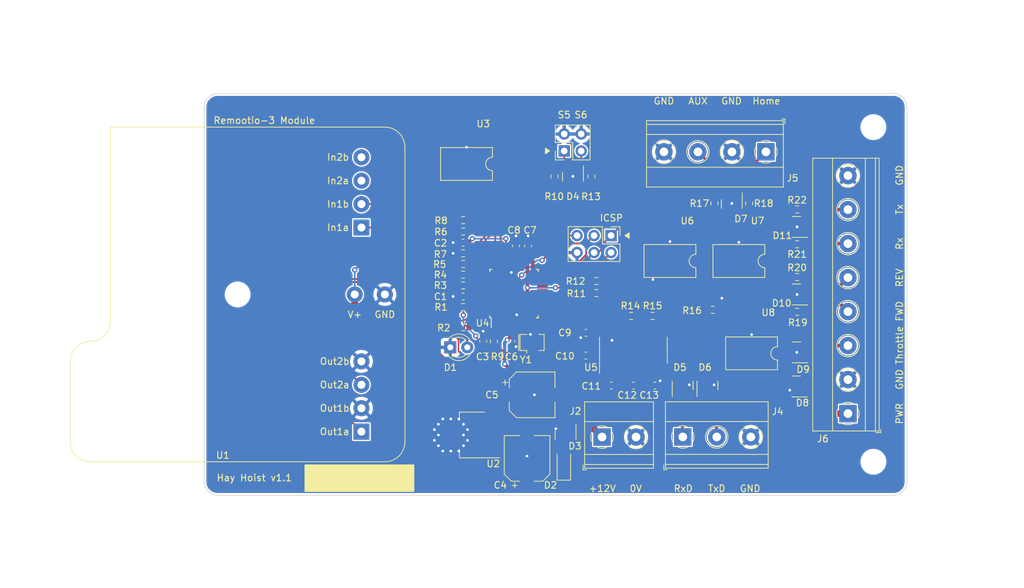
<source format=kicad_pcb>
(kicad_pcb (version 20211014) (generator pcbnew)
  (title_block (title "Hay Hoist") (date "2024-07-31") (rev "1.1") (company "Hyspec/6-v"))
  (layers (0 "F.Cu" signal) (31 "B.Cu" signal) (34 "B.Paste" user) (35 "F.Paste" user) (36 "B.SilkS" user "B.Silkscreen") (37 "F.SilkS" user "F.Silkscreen") (38 "B.Mask" user) (39 "F.Mask" user) (44 "Edge.Cuts" user))
  (net 0 "")
  (net 1 "+12V")
  (net 2 "GND")
  (net 3 "+5V")
  (net 4 "Net-(C8-Pad1)")
  (net 5 "RESET")
  (net 6 "Throttle")
  (net 7 "Net-(C11-Pad1)")
  (net 8 "Net-(C12-Pad1)")
  (net 9 "Net-(C10-Pad2)")
  (net 10 "Net-(C13-Pad2)")
  (net 11 "Net-(C12-Pad2)")
  (net 12 "Net-(C11-Pad2)")
  (net 13 "A1")
  (net 14 "Net-(D1-Pad2)")
  (net 16 "Net-(D4-Pad1)")
  (net 17 "Net-(D4-Pad2)")
  (net 18 "Net-(D2-Pad2)")
  (net 19 "R3A")
  (net 20 "R4A")
  (net 21 "R4B")
  (net 22 "R1A")
  (net 23 "R2A")
  (net 24 "MRX")
  (net 25 "SCK")
  (net 26 "MTX")
  (net 27 "S1")
  (net 28 "S5")
  (net 29 "S2")
  (net 30 "S6")
  (net 31 "S3")
  (net 32 "R1")
  (net 33 "Net-(D5-Pad1)")
  (net 35 "S4")
  (net 36 "LED")
  (net 37 "R2")
  (net 38 "Net-(R8-Pad1)")
  (net 40 "V1")
  (net 41 "R3")
  (net 42 "Net-(D7-Pad1)")
  (net 43 "Net-(D7-Pad2)")
  (net 44 "R4")
  (net 46 "Net-(D6-Pad1)")
  (net 47 "CTX")
  (net 48 "Net-(D11-Pad2)")
  (net 49 "CRX")
  (net 50 "Net-(R3-Pad1)")
  (net 51 "Net-(R4-Pad1)")
  (net 52 "Net-(R6-Pad2)")
  (net 53 "Net-(R11-Pad2)")
  (net 54 "Net-(R12-Pad2)")
  (net 56 "Net-(R14-Pad2)")
  (net 57 "Net-(R15-Pad2)")
  (net 58 "Net-(R16-Pad2)")
  (net 59 "Net-(R19-Pad1)")
  (net 69 "Net-(U4-Pad7)")
  (net 70 "Net-(U4-Pad8)")
  (net 78 "Net-(R20-Pad1)")
  (net 80 "Net-(D11-Pad1)")
  (footprint "remootio-adapter:SMDIP-6_W7.62mm" (layer "F.Cu") (at 158.8 105.8 -90)
    (fp_text reference "U8")
    (fp_text value "AQV252GAX")
  )
  (footprint "Resistor_SMD:R_0603_1608Metric" (layer "F.Cu") (at 144 100.2 180)
    (fp_text reference "R15")
    (fp_text value "100")
  )
  (footprint "Package_SO:SO-16_3.9x9.9mm_P1.27mm" (layer "F.Cu") (at 141.135 105.325 90)
    (fp_text reference "U5")
    (fp_text value "ST232CDR")
  )
  (footprint "Package_TO_SOT_SMD:SOT-23" (layer "F.Cu") (at 132.1 79.4625 -90)
    (fp_text reference "D4")
    (fp_text value "ESDA6V1L")
  )
  (footprint "remootio-adapter:CP_Elec_6.3x7.7_V" (layer "F.Cu") (at 126 112)
    (fp_text reference "C5")
    (fp_text value "22µ/63V")
  )
  (footprint "Resistor_SMD:R_0603_1608Metric" (layer "F.Cu") (at 129.35 79.3625 -90)
    (fp_text reference "R10")
    (fp_text value "100")
  )
  (footprint "Crystal:Resonator_SMD_Murata_CSTxExxV-3Pin_3.0x1.1mm" (layer "F.Cu") (at 126 104.175)
    (fp_text reference "Y1")
    (fp_text value "CSTCE16M0V53-R0")
  )
  (footprint "Connector_PinHeader_2.54mm:PinHeader_2x03_P2.54mm_Vertical" (layer "F.Cu") (at 137.8 88.2 -90)
    (fp_text reference "J3" hide)
    (fp_text value "ICSP")
  )
  (footprint "MountingHole:MountingHole_3.2mm_M3" (layer "F.Cu") (at 177 122)
    (fp_text reference "H1" hide)
    (fp_text value "MountingHole")
  )
  (footprint "Resistor_SMD:R_0603_1608Metric" (layer "F.Cu") (at 115.7 85.9 180)
    (fp_text reference "R8")
    (fp_text value "10")
  )
  (footprint "Resistor_SMD:R_0603_1608Metric" (layer "F.Cu") (at 153 99.3)
    (fp_text reference "R16")
    (fp_text value "680")
  )
  (footprint "Capacitor_SMD:C_0603_1608Metric" (layer "F.Cu") (at 144.36 110.625 180)
    (fp_text reference "C13")
    (fp_text value "1µ")
  )
  (footprint "Resistor_SMD:R_0603_1608Metric" (layer "F.Cu") (at 165.6 94.4)
    (fp_text reference "R20")
    (fp_text value "10")
  )
  (footprint "Resistor_SMD:R_0603_1608Metric" (layer "F.Cu") (at 115.7 94.05)
    (fp_text reference "R4")
    (fp_text value "100")
  )
  (footprint "remootio-adapter:SMDIP-6_W7.62mm" (layer "F.Cu") (at 146.6 92 -90)
    (fp_text reference "U6")
    (fp_text value "AQV252GAX")
  )
  (footprint "Resistor_SMD:R_0603_1608Metric" (layer "F.Cu") (at 115.7 90.85 180)
    (fp_text reference "R7")
    (fp_text value "4.7k")
  )
  (footprint "Diode_SMD:D_SOD-123" (layer "F.Cu") (at 130.75 122.5 90)
    (fp_text reference "D2")
    (fp_text value "B5819W SL")
  )
  (footprint "Resistor_SMD:R_0603_1608Metric" (layer "F.Cu") (at 120.3 104 -90)
    (fp_text reference "R9")
    (fp_text value "680")
  )
  (footprint "Resistor_SMD:R_0603_1608Metric" (layer "F.Cu") (at 115.7 95.65)
    (fp_text reference "R3")
    (fp_text value "100")
  )
  (footprint "LED_THT:LED_D3.0mm_Clear" (layer "F.Cu") (at 113.775 104.9)
    (fp_text reference "D1")
    (fp_text value "VAOL-3GWY4")
  )
  (footprint "Resistor_SMD:R_0603_1608Metric" (layer "F.Cu") (at 165.6 89.5)
    (fp_text reference "R21")
    (fp_text value "4.7k")
  )
  (footprint "remootio-adapter:CP_Elec_6.3x7.7_V" (layer "F.Cu") (at 125.25 121.5 90)
    (fp_text reference "C4")
    (fp_text value "22µ/63V")
  )
  (footprint "Capacitor_SMD:C_0603_1608Metric" (layer "F.Cu") (at 134.035 102.725)
    (fp_text reference "C9")
    (fp_text value "1µ")
  )
  (footprint "MountingHole:MountingHole_3.2mm_M3" (layer "F.Cu") (at 177 72)
    (fp_text reference "H2" hide)
    (fp_text value "MountingHole")
  )
  (footprint "TerminalBlock_Phoenix:TerminalBlock_Phoenix_MKDS-1,5-4-5.08_1x04_P5.08mm_Horizontal" (layer "F.Cu") (at 160.94 75.69 180)
    (fp_text reference "J5")
    (fp_text value "SwitchIn")
  )
  (footprint "Package_QFP:TQFP-32_7x7mm_P0.8mm" (layer "F.Cu") (at 123.3 96.875 90)
    (fp_text reference "U4")
    (fp_text value "ATmega328PB-ANR")
  )
  (footprint "Resistor_SMD:R_0603_1608Metric" (layer "F.Cu") (at 115.7 87.6)
    (fp_text reference "R6")
    (fp_text value "680")
  )
  (footprint "Resistor_SMD:R_0603_1608Metric" (layer "F.Cu") (at 165.6 84.3)
    (fp_text reference "R22")
    (fp_text value "4.7k")
  )
  (footprint "Package_TO_SOT_SMD:SOT-23" (layer "F.Cu") (at 165.5 97 180)
    (fp_text reference "D10")
    (fp_text value "ESDA25L")
  )
  (footprint "Resistor_SMD:R_0603_1608Metric" (layer "F.Cu") (at 158.44 83.39 -90)
    (fp_text reference "R18")
    (fp_text value "100")
  )
  (footprint "Capacitor_SMD:C_0603_1608Metric" (layer "F.Cu") (at 134.035 106.125)
    (fp_text reference "C10")
    (fp_text value "1µ")
  )
  (footprint "remootio-adapter:SMDIP-6_W7.62mm" (layer "F.Cu") (at 156.9 92 -90)
    (fp_text reference "U7")
    (fp_text value "AQV252GAX")
  )
  (footprint "Resistor_SMD:R_0603_1608Metric" (layer "F.Cu") (at 165.6 99.6)
    (fp_text reference "R19")
    (fp_text value "10")
  )
  (footprint "Capacitor_SMD:C_0603_1608Metric" (layer "F.Cu") (at 141.135 110.625 180)
    (fp_text reference "C12")
    (fp_text value "1µ")
  )
  (footprint "Capacitor_SMD:C_0603_1608Metric" (layer "F.Cu") (at 115.7 89.25)
    (fp_text reference "C2")
    (fp_text value "1µ")
  )
  (footprint "Package_TO_SOT_SMD:SOT-223-3_TabPin2" (layer "F.Cu") (at 117.055112 118 180)
    (fp_text reference "U2")
    (fp_text value "LM2940S-5.0")
  )
  (footprint "Resistor_SMD:R_0603_1608Metric" (layer "F.Cu") (at 140.8 100.2)
    (fp_text reference "R14")
    (fp_text value "100")
  )
  (footprint "Resistor_SMD:R_0603_1608Metric" (layer "F.Cu") (at 134.85 79.3625 -90)
    (fp_text reference "R13")
    (fp_text value "100")
  )
  (footprint "Resistor_SMD:R_0603_1608Metric" (layer "F.Cu") (at 115.7 98.9)
    (fp_text reference "R1")
    (fp_text value "4.7k")
  )
  (footprint "Capacitor_SMD:C_0603_1608Metric" (layer "F.Cu") (at 122.9 104 -90)
    (fp_text reference "C6")
    (fp_text value "1µ")
  )
  (footprint "Resistor_SMD:R_0603_1608Metric" (layer "F.Cu") (at 135.6 96.8)
    (fp_text reference "R11")
    (fp_text value "680")
  )
  (footprint "Capacitor_SMD:C_0603_1608Metric" (layer "F.Cu") (at 123.6 89.75 90)
    (fp_text reference "C8")
    (fp_text value "1µ")
  )
  (footprint "Capacitor_SMD:C_0603_1608Metric" (layer "F.Cu") (at 137.835 110.625)
    (fp_text reference "C11")
    (fp_text value "1µ")
  )
  (footprint "TerminalBlock_Phoenix:TerminalBlock_Phoenix_MKDS-1,5-3-5.08_1x03_P5.08mm_Horizontal" (layer "F.Cu") (at 148.52 118.295)
    (fp_text reference "J4")
    (fp_text value "Console")
  )
  (footprint "Package_TO_SOT_SMD:SOT-23" (layer "F.Cu") (at 165.5 105.65 180)
    (fp_text reference "D9")
    (fp_text value "ESDA6V1L")
  )
  (footprint "TerminalBlock_Phoenix:TerminalBlock_Phoenix_MKDS-1,5-8-5.08_1x08_P5.08mm_Horizontal" (layer "F.Cu") (at 173.2 114.8 90)
    (fp_text reference "J6")
    (fp_text value "SPM Connector")
  )
  (footprint "Resistor_SMD:R_0603_1608Metric" (layer "F.Cu") (at 135.6 95)
    (fp_text reference "R12")
    (fp_text value "680")
  )
  (footprint "Capacitor_SMD:C_0603_1608Metric" (layer "F.Cu") (at 118.7 104 -90)
    (fp_text reference "C3")
    (fp_text value "1µ")
  )
  (footprint "Resistor_SMD:R_0603_1608Metric" (layer "F.Cu") (at 115.75 101.9)
    (fp_text reference "R2")
    (fp_text value "4.7k")
  )
  (footprint "remootio-adapter:SMDIP-6_W7.62mm" (layer "F.Cu") (at 116.2 77.5 -90)
    (fp_text reference "U3")
    (fp_text value "AQV252GAX")
  )
  (footprint "Connector_PinHeader_2.54mm:PinHeader_2x02_P2.54mm_Vertical" (layer "F.Cu") (at 130.8 75.5625 90)
    (fp_text reference "J1" hide)
    (fp_text value "AUX")
  )
  (footprint "remootio-adapter:remootio-3" (layer "F.Cu") (at 82 97)
    (fp_text reference "U1")
    (fp_text value "remootio-3")
  )
  (footprint "TerminalBlock_Phoenix:TerminalBlock_Phoenix_MKDS-1,5-2-5.08_1x02_P5.08mm_Horizontal" (layer "F.Cu") (at 136.455 118.305)
    (fp_text reference "J2")
    (fp_text value "BATT")
  )
  (footprint "Capacitor_SMD:C_0603_1608Metric" (layer "F.Cu") (at 125.4 89.75 -90)
    (fp_text reference "C7")
    (fp_text value "1µ")
  )
  (footprint "Package_TO_SOT_SMD:SOT-23" (layer "F.Cu") (at 155.84 83.49 -90)
    (fp_text reference "D7")
    (fp_text value "ESDA6V1L")
  )
  (footprint "Package_TO_SOT_SMD:SOT-23" (layer "F.Cu") (at 131 118 -90)
    (fp_text reference "D3")
    (fp_text value "ESDA25L")
  )
  (footprint "Package_TO_SOT_SMD:SOT-23" (layer "F.Cu") (at 152.2 110.59 90)
    (fp_text reference "D6")
    (fp_text value "ESDA25L")
  )
  (footprint "Package_TO_SOT_SMD:SOT-23" (layer "F.Cu") (at 148.5 110.59 90)
    (fp_text reference "D5")
    (fp_text value "ESDA25L")
  )
  (footprint "Package_TO_SOT_SMD:SOT-23" (layer "F.Cu") (at 165.45 110.75 180)
    (fp_text reference "D8")
    (fp_text value "ESDA25L")
  )
  (footprint "Package_TO_SOT_SMD:SOT-23" (layer "F.Cu") (at 165.5 86.9 180)
    (fp_text reference "D11")
    (fp_text value "ESDA6V1L")
  )
  (footprint "Capacitor_SMD:C_0603_1608Metric" (layer "F.Cu") (at 115.7 97.3)
    (fp_text reference "C1")
    (fp_text value "100nF")
  )
  (footprint "Resistor_SMD:R_0603_1608Metric" (layer "F.Cu") (at 153.24 83.39 -90)
    (fp_text reference "R17")
    (fp_text value "100")
  )
  (footprint "Resistor_SMD:R_0603_1608Metric" (layer "F.Cu") (at 115.7 92.45)
    (fp_text reference "R5")
    (fp_text value "33k")
  )
  (gr_poly (pts (xy 139.9 88.2) (xy 140.5 87.8) (xy 140.5 88.6)) (layer "F.SilkS") (width 0.15) (fill solid))
  (gr_rect (start 92 122.4) (end 108.4 126.5) (layer "F.SilkS") (width 0) (fill solid))
  (gr_poly (pts (xy 128.6 75.5625) (xy 128 75.9625) (xy 128 75.1625)) (layer "F.SilkS") (width 0.15) (fill solid))
  (gr_line (start 182 125) (end 182 69) (layer "Edge.Cuts") (width 0.1))
  (gr_arc (start 180 67) (mid 181.414214 67.585786) (end 182 69) (layer "Edge.Cuts") (width 0.1))
  (gr_arc (start 79 127) (mid 77.585786 126.414214) (end 77 125) (layer "Edge.Cuts") (width 0.1))
  (gr_arc (start 182 125) (mid 181.414214 126.414214) (end 180 127) (layer "Edge.Cuts") (width 0.1))
  (gr_line (start 180 67) (end 79 67) (layer "Edge.Cuts") (width 0.1))
  (gr_arc (start 77 69) (mid 77.585786 67.585786) (end 79 67) (layer "Edge.Cuts") (width 0.1))
  (gr_line (start 79 127) (end 180 127) (layer "Edge.Cuts") (width 0.1))
  (gr_line (start 77 69) (end 77 125) (layer "Edge.Cuts") (width 0.1))
  (gr_text "S5" (at 130.8 70.1625) (layer "F.SilkS") (effects (font (size 1 1))))
  (gr_text "FWD" (at 180.9 99.5 90) (layer "F.SilkS") (effects (font (size 1 1))))
  (gr_text "Rx" (at 180.9 89.4 90) (layer "F.SilkS") (effects (font (size 1 1))))
  (gr_text "GND" (at 158.587444 126) (layer "F.SilkS") (effects (font (size 1 1))))
  (gr_text "0V" (at 141.5 126) (layer "F.SilkS") (effects (font (size 1 1))))
  (gr_text "ICSP" (at 137.85 85.575) (layer "F.SilkS") (effects (font (size 1 1))))
  (gr_text "GND" (at 145.7 68.1) (layer "F.SilkS") (effects (font (size 1 1))))
  (gr_text "Home" (at 161 68.1) (layer "F.SilkS") (effects (font (size 1 1))))
  (gr_text "RxD" (at 148.587444 126) (layer "F.SilkS") (effects (font (size 1 1))))
  (gr_text "Tx" (at 180.9 84.3 90) (layer "F.SilkS") (effects (font (size 1 1))))
  (gr_text "GND" (at 180.9 109.7 90) (layer "F.SilkS") (effects (font (size 1 1))))
  (gr_text "REV" (at 180.9 94.5 90) (layer "F.SilkS") (effects (font (size 1 1))))
  (gr_text "Hay Hoist v1.1" (at 78.8 124.4) (layer "F.SilkS") (effects (font (size 1 1)) (justify left)))
  (gr_text "AUX" (at 150.8 68.1) (layer "F.SilkS") (effects (font (size 1 1))))
  (gr_text "GND" (at 180.9 79.2 90) (layer "F.SilkS") (effects (font (size 1 1))))
  (gr_text "Remootio-3 Module" (at 86 71) (layer "F.SilkS") (effects (font (size 1 1))))
  (gr_text "GND" (at 155.8 68.1) (layer "F.SilkS") (effects (font (size 1 1))))
  (gr_text "TxD" (at 153.587444 126) (layer "F.SilkS") (effects (font (size 1 1))))
  (gr_text "PWR" (at 180.9 114.8 90) (layer "F.SilkS") (effects (font (size 1 1))))
  (gr_text "S6" (at 133.3 70.1625) (layer "F.SilkS") (effects (font (size 1 1))))
  (gr_text "Throttle" (at 180.9 104.6 90) (layer "F.SilkS") (effects (font (size 1 1))))
  (gr_text "+12V" (at 136.5 126) (layer "F.SilkS") (effects (font (size 1 1))))
  (segment (start 120.005112 124) (end 111.1 124) (width 1) (layer "F.Cu") (net 1))
  (segment (start 156.26 119.94) (end 156.26 109.95) (width 1) (layer "F.Cu") (net 1))
  (segment (start 99.5 93.3255) (end 100.3755 92.45) (width 0.25) (layer "F.Cu") (net 1))
  (segment (start 104.8 107.1) (end 99.5 101.8) (width 1) (layer "F.Cu") (net 1))
  (segment (start 104.8 117.7) (end 104.8 107.1) (width 1) (layer "F.Cu") (net 1))
  (segment (start 120.205112 123.8) (end 120.005112 124) (width 1) (layer "F.Cu") (net 1))
  (segment (start 100.3755 92.45) (end 114.875 92.45) (width 0.25) (layer "F.Cu") (net 1))
  (segment (start 99.5 101.8) (end 99.5 97) (width 1) (layer "F.Cu") (net 1))
  (segment (start 111.1 124) (end 104.8 117.7) (width 1) (layer "F.Cu") (net 1))
  (segment (start 120.205112 123.8) (end 120.455112 124.05) (width 1) (layer "F.Cu") (net 1))
  (segment (start 120.205112 123.8) (end 120.205112 120.3) (width 0.5) (layer "F.Cu") (net 1))
  (segment (start 120.455112 124.05) (end 152.15 124.05) (width 1) (layer "F.Cu") (net 1))
  (segment (start 152.15 124.05) (end 156.26 119.94) (width 1) (layer "F.Cu") (net 1))
  (via (at 99.5 93.3255) (size 0.8) (drill 0.4) (layers "F.Cu" "B.Cu") (net 1))
  (segment (start 99.5 93.3255) (end 99.5 97) (width 0.25) (layer "B.Cu") (net 1))
  (segment (start 154.36 97.56) (end 154.36 96.15) (width 0.5) (layer "F.Cu") (net 2))
  (segment (start 137.95 103.85) (end 137.95 102.76) (width 0.5) (layer "F.Cu") (net 2))
  (segment (start 158.8 103) (end 158.8 101.65) (width 0.5) (layer "F.Cu") (net 2))
  (segment (start 118.7 102.5) (end 118.7 103.225) (width 0.5) (layer "F.Cu") (net 2))
  (segment (start 123.6 88.25) (end 123.6 88.975) (width 0.5) (layer "F.Cu") (net 2))
  (segment (start 165.55 105.65) (end 164.5625 105.65) (width 0.5) (layer "F.Cu") (net 2))
  (segment (start 144.06 94.76) (end 144.06 95.81) (width 0.5) (layer "F.Cu") (net 2))
  (segment (start 164.5125 111.2875) (end 164.5125 110.75) (width 0.5) (layer "F.Cu") (net 2))
  (segment (start 145.135 109.9) (end 145.135 110.625) (width 0.5) (layer "F.Cu") (net 2))
  (segment (start 155.85 83.4) (end 155.85 84.4175) (width 0.5) (layer "F.Cu") (net 2))
  (segment (start 114.2 97.3) (end 114.925 97.3) (width 0.5) (layer "F.Cu") (net 2))
  (segment (start 126 103.224598) (end 125.748538 102.973136) (width 0.25) (layer "F.Cu") (net 2))
  (segment (start 125.25 121.15) (end 125.25 118.95) (width 0.5) (layer "F.Cu") (net 2))
  (segment (start 126 104.175) (end 126 103.224598) (width 0.25) (layer "F.Cu") (net 2))
  (segment (start 125.4 88.25) (end 125.4 88.975) (width 0.5) (layer "F.Cu") (net 2))
  (segment (start 114.2 90.85) (end 114.875 90.85) (width 0.5) (layer "F.Cu") (net 2))
  (segment (start 114.555112 118) (end 120.205112 118) (width 0.5) (layer "F.Cu") (net 2))
  (segment (start 149.5 111.4775) (end 149.45 111.5275) (width 0.5) (layer "F.Cu") (net 2))
  (segment (start 164.5 111.3) (end 164.5125 111.2875) (width 0.5) (layer "F.Cu") (net 2))
  (segment (start 123.700001 100.035558) (end 123.7 101.125) (width 0.4) (layer "F.Cu") (net 2))
  (segment (start 165.6 97) (end 164.5625 97) (width 0.5) (layer "F.Cu") (net 2))
  (segment (start 116.2 75) (end 116.2 73.35) (width 0.5) (layer "F.Cu") (net 2))
  (segment (start 114.2 89.25) (end 114.925 89.25) (width 0.5) (layer "F.Cu") (net 2))
  (segment (start 123.6 104.8) (end 122.925 104.8) (width 0.5) (layer "F.Cu") (net 2))
  (segment (start 133.26 103.45) (end 133.26 102.725) (width 0.5) (layer "F.Cu") (net 2))
  (segment (start 156.9 89.2) (end 156.9 88.19) (width 0.5) (layer "F.Cu") (net 2))
  (segment (start 153.2 111.4775) (end 153.15 111.5275) (width 0.5) (layer "F.Cu") (net 2))
  (segment (start 132.1 79.35) (end 132.1 80.4) (width 0.5) (layer "F.Cu") (net 2))
  (segment (start 153.2 110.5) (end 153.2 111.4775) (width 0.5) (layer "F.Cu") (net 2))
  (segment (start 126.35 112) (end 128.55 112) (width 0.5) (layer "F.Cu") (net 2))
  (segment (start 122.9 92.625) (end 122.899999 93.714442) (width 0.4) (layer "F.Cu") (net 2))
  (segment (start 149.5 110.5) (end 149.5 111.4775) (width 0.5) (layer "F.Cu") (net 2))
  (segment (start 146.6 89.1) (end 146.6 87.85) (width 0.5) (layer "F.Cu") (net 2))
  (segment (start 165.6 86.9) (end 164.5625 86.9) (width 0.5) (layer "F.Cu") (net 2))
  (via (at 164.5 111.3) (size 0.8) (drill 0.4) (layers "F.Cu" "B.Cu") (net 2))
  (via (at 111.4 117.2) (size 0.8) (drill 0.4) (layers "F.Cu" "B.Cu") (net 2))
  (via (at 112.655112 115.6) (size 0.8) (drill 0.4) (layers "F.Cu" "B.Cu") (net 2))
  (via (at 123.6 104.8) (size 0.8) (drill 0.4) (layers "F.Cu" "B.Cu") (net 2))
  (via (at 116.35 117.2) (size 0.8) (drill 0.4) (layers "F.Cu" "B.Cu") (net 2))
  (via (at 144.06 94.76) (size 0.8) (drill 0.4) (layers "F.Cu" "B.Cu") (net 2))
  (via (at 114.2 90.85) (size 0.8) (drill 0.4) (layers "F.Cu" "B.Cu") (net 2))
  (via (at 114.2 97.3) (size 0.8) (drill 0.4) (layers "F.Cu" "B.Cu") (net 2))
  (via (at 145.135 109.9) (size 0.8) (drill 0.4) (layers "F.Cu" "B.Cu") (net 2))
  (via (at 132.1 79.35) (size 0.8) (drill 0.4) (layers "F.Cu" "B.Cu") (net 2))
  (via (at 149.5 110.5) (size 0.8) (drill 0.4) (layers "F.Cu" "B.Cu") (net 2))
  (via (at 154.36 97.56) (size 0.8) (drill 0.4) (layers "F.Cu" "B.Cu") (net 2))
  (via (at 156.9 89.2) (size 0.8) (drill 0.4) (layers "F.Cu" "B.Cu") (net 2))
  (via (at 123.700001 100.035558) (size 0.8) (drill 0.4) (layers "F.Cu" "B.Cu") (net 2))
  (via (at 111.4 118.8) (size 0.8) (drill 0.4) (layers "F.Cu" "B.Cu") (net 2))
  (via (at 146.6 89.1) (size 0.8) (drill 0.4) (layers "F.Cu" "B.Cu") (net 2))
  (via (at 115.055112 115.6) (size 0.8) (drill 0.4) (layers "F.Cu" "B.Cu") (net 2))
  (via (at 115.75 118) (size 0.8) (drill 0.4) (layers "F.Cu" "B.Cu") (net 2))
  (via (at 115.75 119.6) (size 0.8) (drill 0.4) (layers "F.Cu" "B.Cu") (net 2))
  (via (at 112 119.6) (size 0.8) (drill 0.4) (layers "F.Cu" "B.Cu") (net 2))
  (via (at 115.75 116.4) (size 0.8) (drill 0.4) (layers "F.Cu" "B.Cu") (net 2))
  (via (at 123.6 88.25) (size 0.8) (drill 0.4) (layers "F.Cu" "B.Cu") (net 2))
  (via (at 118.7 102.5) (size 0.8) (drill 0.4) (layers "F.Cu" "B.Cu") (net 2))
  (via (at 113.855112 115.6) (size 0.8) (drill 0.4) (layers "F.Cu" "B.Cu") (net 2))
  (via (at 158.8 103) (size 0.8) (drill 0.4) (layers "F.Cu" "B.Cu") (net 2))
  (via (at 125.4 88.25) (size 0.8) (drill 0.4) (layers "F.Cu" "B.Cu") (net 2))
  (via (at 113.855112 120.4) (size 0.8) (drill 0.4) (layers "F.Cu" "B.Cu") (net 2))
  (via (at 126.35 112) (size 0.8) (drill 0.4) (layers "F.Cu" "B.Cu") (net 2))
  (via (at 112 118) (size 0.8) (drill 0.4) (layers "F.Cu" "B.Cu") (net 2))
  (via (at 116.35 118.8) (size 0.8) (drill 0.4) (layers "F.Cu" "B.Cu") (net 2))
  (via (at 165.6 97) (size 0.8) (drill 0.4) (layers "F.Cu" "B.Cu") (net 2))
  (via (at 125.25 121.15) (size 0.8) (drill 0.4) (layers "F.Cu" "B.Cu") (net 2))
  (via (at 153.2 110.5) (size 0.8) (drill 0.4) (layers "F.Cu" "B.Cu") (net 2))
  (via (at 112 116.4) (size 0.8) (drill 0.4) (layers "F.Cu" "B.Cu") (net 2))
  (via (at 133.26 103.45) (size 0.8) (drill 0.4) (layers "F.Cu" "B.Cu") (net 2))
  (via (at 112.655112 120.4) (size 0.8) (drill 0.4) (layers "F.Cu" "B.Cu") (net 2))
  (via (at 129.55 117.0625) (size 0.8) (drill 0.4) (layers "F.Cu" "B.Cu") (net 2))
  (via (at 125.748538 102.973136) (size 0.8) (drill 0.4) (layers "F.Cu" "B.Cu") (net 2))
  (via (at 165.6 86.9) (size 0.8) (drill 0.4) (layers "F.Cu" "B.Cu") (net 2))
  (via (at 115.055112 120.4) (size 0.8) (drill 0.4) (layers "F.Cu" "B.Cu") (net 2))
  (via (at 137.95 103.85) (size 0.8) (drill 0.4) (layers "F.Cu" "B.Cu") (net 2))
  (via (at 116.2 75) (size 0.8) (drill 0.4) (layers "F.Cu" "B.Cu") (net 2))
  (via (at 122.899999 93.714442) (size 0.8) (drill 0.4) (layers "F.Cu" "B.Cu") (net 2))
  (via (at 155.85 83.4) (size 0.8) (drill 0.4) (layers "F.Cu" "B.Cu") (net 2))
  (via (at 114.2 89.25) (size 0.8) (drill 0.4) (layers "F.Cu" "B.Cu") (net 2))
  (via (at 165.55 105.65) (size 0.8) (drill 0.4) (layers "F.Cu" "B.Cu") (net 2))
  (segment (start 125.3 92.625) (end 125.3 96) (width 0.5) (layer "F.Cu") (net 3))
  (segment (start 123.45 108.9495) (end 123.45 112) (width 0.5) (layer "F.Cu") (net 3))
  (segment (start 134.81 102.725) (end 136.665 102.725) (width 0.4) (layer "F.Cu") (net 3))
  (segment (start 122.8 115.7) (end 123.45 115.05) (width 0.5) (layer "F.Cu") (net 3))
  (segment (start 125.3 97.233477) (end 122.850001 99.683476) (width 0.5) (layer "F.Cu") (net 3))
  (segment (start 132.54 96) (end 129.5 96) (width 0.25) (layer "F.Cu") (net 3))
  (segment (start 125.3 96) (end 125.3 97.233477) (width 0.5) (layer "F.Cu") (net 3))
  (segment (start 118.425 112) (end 123.45 112) (width 0.25) (layer "F.Cu") (net 3))
  (segment (start 137.8 90.74) (end 132.54 96) (width 0.25) (layer "F.Cu") (net 3))
  (segment (start 125.3 92.625) (end 125.3 90.625) (width 0.5) (layer "F.Cu") (net 3))
  (segment (start 114.875 98.9) (end 114 98.9) (width 0.25) (layer "F.Cu") (net 3))
  (segment (start 122.850001 99.683476) (end 122.850001 101.075001) (width 0.5) (layer "F.Cu") (net 3))
  (segment (start 122.276124 103.815141) (end 122.9 103.191265) (width 0.5) (layer "F.Cu") (net 3))
  (segment (start 112 105.575) (end 118.425 112) (width 0.25) (layer "F.Cu") (net 3))
  (segment (start 114 98.9) (end 112 100.9) (width 0.25) (layer "F.Cu") (net 3))
  (segment (start 120.205112 115.7) (end 122.8 115.7) (width 0.5) (layer "F.Cu") (net 3))
  (segment (start 121.9 107.3995) (end 123.45 108.9495) (width 0.5) (layer "F.Cu") (net 3))
  (segment (start 122.9 103.191265) (end 122.9 101.125) (width 0.5) (layer "F.Cu") (net 3))
  (segment (start 122.850001 101.075001) (end 122.9 101.125) (width 0.5) (layer "F.Cu") (net 3))
  (segment (start 134.81 104.575) (end 133.26 106.125) (width 0.4) (layer "F.Cu") (net 3))
  (segment (start 112 100.9) (end 112 105.575) (width 0.25) (layer "F.Cu") (net 3))
  (segment (start 123.45 115.05) (end 123.45 112) (width 0.5) (layer "F.Cu") (net 3))
  (segment (start 134.81 102.725) (end 134.81 104.575) (width 0.4) (layer "F.Cu") (net 3))
  (segment (start 133.26 106.125) (end 130.4355 108.9495) (width 0.4) (layer "F.Cu") (net 3))
  (segment (start 130.4355 108.9495) (end 123.45 108.9495) (width 0.4) (layer "F.Cu") (net 3))
  (via (at 122.276124 103.815141) (size 0.8) (drill 0.4) (layers "F.Cu" "B.Cu") (net 3))
  (via (at 121.9 107.3995) (size 0.8) (drill 0.4) (layers "F.Cu" "B.Cu") (net 3))
  (via (at 129.5 96) (size 0.8) (drill 0.4) (layers "F.Cu" "B.Cu") (net 3))
  (via (at 125.3 96) (size 0.8) (drill 0.4) (layers "F.Cu" "B.Cu") (net 3))
  (segment (start 125.3 96) (end 129.5 96) (width 0.25) (layer "B.Cu") (net 3))
  (segment (start 122.276124 103.815141) (end 121.9 104.191265) (width 0.5) (layer "B.Cu") (net 3))
  (segment (start 121.9 104.191265) (end 121.9 107.3995) (width 0.5) (layer "B.Cu") (net 3))
  (segment (start 123.7 92.625) (end 123.7 90.625) (width 0.5) (layer "F.Cu") (net 4))
  (segment (start 124.4505 94.1) (end 124.4505 94.1495) (width 0.25) (layer "F.Cu") (net 5))
  (segment (start 131.2005 88.2) (end 132.72 88.2) (width 0.25) (layer "F.Cu") (net 5))
  (segment (start 124.4505 94.1495) (end 121.325 97.275) (width 0.25) (layer "F.Cu") (net 5))
  (segment (start 116.475 97.3) (end 116.475 98.85) (width 0.25) (layer "F.Cu") (net 5))
  (segment (start 127.5 91.9005) (end 131.2005 88.2) (width 0.25) (layer "F.Cu") (net 5))
  (segment (start 121.325 97.275) (end 119.05 97.275) (width 0.25) (layer "F.Cu") (net 5))
  (segment (start 116.5 97.275) (end 119.05 97.275) (width 0.25) (layer "F.Cu") (net 5))
  (via (at 127.5 91.9005) (size 0.8) (drill 0.4) (layers "F.Cu" "B.Cu") (net 5))
  (via (at 124.4505 94.1) (size 0.8) (drill 0.4) (layers "F.Cu" "B.Cu") (net 5))
  (segment (start 124.4505 94.1) (end 124.5 94.1) (width 0.25) (layer "B.Cu") (net 5))
  (segment (start 126.6995 91.9005) (end 127.5 91.9005) (width 0.25) (layer "B.Cu") (net 5))
  (segment (start 124.5 94.1) (end 126.6995 91.9005) (width 0.25) (layer "B.Cu") (net 5))
  (segment (start 127.69896 105.7) (end 134.42396 98.975) (width 0.25) (layer "F.Cu") (net 6))
  (segment (start 166.4975 104.64) (end 173.2 104.64) (width 0.5) (layer "F.Cu") (net 6))
  (segment (start 149.375 98.975) (end 155.1 104.7) (width 0.25) (layer "F.Cu") (net 6))
  (segment (start 118.7 104.775) (end 120.95 104.775) (width 0.25) (layer "F.Cu") (net 6))
  (segment (start 121 104.825) (end 121.875 105.7) (width 0.25) (layer "F.Cu") (net 6))
  (segment (start 134.42396 98.975) (end 149.375 98.975) (width 0.25) (layer "F.Cu") (net 6))
  (segment (start 121.875 105.7) (end 127.69896 105.7) (width 0.25) (layer "F.Cu") (net 6))
  (segment (start 155.1 104.7) (end 166.4375 104.7) (width 0.25) (layer "F.Cu") (net 6))
  (segment (start 136.69 110.255) (end 137.06 110.625) (width 0.4) (layer "F.Cu") (net 7))
  (segment (start 136.69 107.9) (end 136.69 110.255) (width 0.4) (layer "F.Cu") (net 7))
  (segment (start 141.77 109.46) (end 141.91 109.6) (width 0.4) (layer "F.Cu") (net 8))
  (segment (start 141.91 109.6) (end 141.91 110.625) (width 0.4) (layer "F.Cu") (net 8))
  (segment (start 141.77 107.9) (end 141.77 109.46) (width 0.4) (layer "F.Cu") (net 8))
  (segment (start 137.735 106.125) (end 137.96 106.35) (width 0.4) (layer "F.Cu") (net 9))
  (segment (start 137.96 106.35) (end 137.96 107.9) (width 0.4) (layer "F.Cu") (net 9))
  (segment (start 134.81 106.125) (end 137.735 106.125) (width 0.4) (layer "F.Cu") (net 9))
  (segment (start 143.04 109.13) (end 143.585 109.675) (width 0.4) (layer "F.Cu") (net 10))
  (segment (start 143.04 107.9) (end 143.04 109.13) (width 0.4) (layer "F.Cu") (net 10))
  (segment (start 143.585 109.675) (end 143.585 110.625) (width 0.4) (layer "F.Cu") (net 10))
  (segment (start 140.36 110.625) (end 140.36 109.465) (width 0.4) (layer "F.Cu") (net 11))
  (segment (start 140.5 109.325) (end 140.5 107.9) (width 0.4) (layer "F.Cu") (net 11))
  (segment (start 140.36 109.465) (end 140.5 109.325) (width 0.4) (layer "F.Cu") (net 11))
  (segment (start 139.235 109.425) (end 139.235 107.905) (width 0.4) (layer "F.Cu") (net 12))
  (segment (start 138.61 110.625) (end 138.61 110.05) (width 0.4) (layer "F.Cu") (net 12))
  (segment (start 138.61 110.05) (end 139.235 109.425) (width 0.4) (layer "F.Cu") (net 12))
  (segment (start 116.525 90.85) (end 116.525 92.45) (width 0.25) (layer "F.Cu") (net 13))
  (segment (start 122.1 88.675) (end 122.0875 88.6625) (width 0.25) (layer "F.Cu") (net 13))
  (segment (start 117.0625 88.6625) (end 116.475 89.25) (width 0.25) (layer "F.Cu") (net 13))
  (segment (start 116.475 89.25) (end 116.475 90.8) (width 0.25) (layer "F.Cu") (net 13))
  (segment (start 122.1 92.625) (end 122.1 88.675) (width 0.25) (layer "F.Cu") (net 13))
  (via (at 122.0875 88.6625) (size 0.8) (drill 0.4) (layers "F.Cu" "B.Cu") (net 13))
  (via (at 117.0625 88.6625) (size 0.8) (drill 0.4) (layers "F.Cu" "B.Cu") (net 13))
  (segment (start 122.0875 88.6625) (end 117.0625 88.6625) (width 0.25) (layer "B.Cu") (net 13))
  (segment (start 114.925 102.525) (end 114.925 101.9) (width 0.25) (layer "F.Cu") (net 14))
  (segment (start 116.315 104.9) (end 116.315 103.915) (width 0.25) (layer "F.Cu") (net 14))
  (segment (start 116.315 103.915) (end 114.925 102.525) (width 0.25) (layer "F.Cu") (net 14))
  (segment (start 133.05 78.525) (end 133.05 77.35) (width 0.25) (layer "F.Cu") (net 16))
  (segment (start 133.34 77.06) (end 133.34 75.5625) (width 0.25) (layer "F.Cu") (net 16))
  (segment (start 133.05 77.35) (end 133.34 77.06) (width 0.25) (layer "F.Cu") (net 16))
  (segment (start 134.85 78.5375) (end 133.0625 78.5375) (width 0.25) (layer "F.Cu") (net 16))
  (segment (start 130.8 76.9) (end 130.8 75.5625) (width 0.25) (layer "F.Cu") (net 17))
  (segment (start 131.15 77.25) (end 130.8 76.9) (width 0.25) (layer "F.Cu") (net 17))
  (segment (start 129.35 78.5375) (end 131.1375 78.5375) (width 0.25) (layer "F.Cu") (net 17))
  (segment (start 131.15 78.525) (end 131.15 77.25) (width 0.25) (layer "F.Cu") (net 17))
  (segment (start 132 120) (end 131.15 120.85) (width 1) (layer "F.Cu") (net 18))
  (segment (start 136.455 118.305) (end 135.15 117) (width 1) (layer "F.Cu") (net 18))
  (segment (start 135.15 117) (end 132.0125 117) (width 1) (layer "F.Cu") (net 18))
  (segment (start 132 117.1125) (end 132 120) (width 1) (layer "F.Cu") (net 18))
  (segment (start 132.0125 117) (end 131.95 117.0625) (width 1) (layer "F.Cu") (net 18))
  (segment (start 131.15 120.85) (end 130.5 120.85) (width 1) (layer "F.Cu") (net 18))
  (segment (start 131.95 117.0625) (end 132 117.1125) (width 1) (layer "F.Cu") (net 18))
  (segment (start 166.1875 109.6) (end 166.3875 109.8) (width 1) (layer "F.Cu") (net 19))
  (segment (start 169.4875 114.8) (end 166.3875 111.7) (width 1) (layer "F.Cu") (net 19))
  (segment (start 173.2 114.8) (end 169.4875 114.8) (width 1) (layer "F.Cu") (net 19))
  (segment (start 161.69 109.6) (end 166.1875 109.6) (width 1) (layer "F.Cu") (net 19))
  (segment (start 166.3875 109.8) (end 166.3875 111.7) (width 1) (layer "F.Cu") (net 19))
  (segment (start 113.775 87) (end 114.875 85.9) (width 0.25) (layer "F.Cu") (net 20))
  (segment (start 100.5 87) (end 113.775 87) (width 0.25) (layer "F.Cu") (net 20))
  (segment (start 111.9 83.5) (end 113.66 81.74) (width 0.25) (layer "F.Cu") (net 21))
  (segment (start 100.5 83.5) (end 111.9 83.5) (width 0.25) (layer "F.Cu") (net 21))
  (segment (start 171.59 97.95) (end 166.4375 97.95) (width 0.5) (layer "F.Cu") (net 22))
  (segment (start 173.2 99.56) (end 171.59 97.95) (width 0.5) (layer "F.Cu") (net 22))
  (segment (start 166.4375 97.95) (end 166.4375 99.5875) (width 0.5) (layer "F.Cu") (net 22))
  (segment (start 171.63 96.05) (end 166.4375 96.05) (width 0.5) (layer "F.Cu") (net 23))
  (segment (start 166.4375 94.4125) (end 166.4375 96.05) (width 0.5) (layer "F.Cu") (net 23))
  (segment (start 173.2 94.48) (end 171.63 96.05) (width 0.5) (layer "F.Cu") (net 23))
  (segment (start 136.6 89.4) (end 137.8 88.2) (width 0.25) (layer "F.Cu") (net 24))
  (segment (start 134.8 89.4) (end 136.6 89.4) (width 0.25) (layer "F.Cu") (net 24))
  (segment (start 134.085 90.115) (end 134.8 89.4) (width 0.25) (layer "F.Cu") (net 24))
  (segment (start 131.046701 94.075) (end 134.085 91.036701) (width 0.25) (layer "F.Cu") (net 24))
  (segment (start 140.06 85.94) (end 137.8 88.2) (width 0.25) (layer "F.Cu") (net 24))
  (segment (start 134.085 91.036701) (end 134.085 90.115) (width 0.25) (layer "F.Cu") (net 24))
  (segment (start 164.775 84.3) (end 163.135 85.94) (width 0.25) (layer "F.Cu") (net 24))
  (segment (start 163.135 85.94) (end 140.06 85.94) (width 0.25) (layer "F.Cu") (net 24))
  (segment (start 127.55 94.075) (end 131.046701 94.075) (width 0.25) (layer "F.Cu") (net 24))
  (segment (start 134.085 89.375) (end 135.26 88.2) (width 0.25) (layer "F.Cu") (net 25))
  (segment (start 128.575 92.625) (end 131.825 89.375) (width 0.25) (layer "F.Cu") (net 25))
  (segment (start 131.825 89.375) (end 134.085 89.375) (width 0.25) (layer "F.Cu") (net 25))
  (segment (start 126.1 92.625) (end 128.575 92.625) (width 0.25) (layer "F.Cu") (net 25))
  (segment (start 161.665 86.39) (end 141.81 86.39) (width 0.25) (layer "F.Cu") (net 26))
  (segment (start 138.635 89.565) (end 137.071396 89.565) (width 0.25) (layer "F.Cu") (net 26))
  (segment (start 127.55 94.875) (end 131.125 94.875) (width 0.25) (layer "F.Cu") (net 26))
  (segment (start 137.071396 89.565) (end 135.896396 90.74) (width 0.25) (layer "F.Cu") (net 26))
  (segment (start 164.775 89.5) (end 161.665 86.39) (width 0.25) (layer "F.Cu") (net 26))
  (segment (start 131.125 94.875) (end 135.26 90.74) (width 0.25) (layer "F.Cu") (net 26))
  (segment (start 141.81 86.39) (end 138.635 89.565) (width 0.25) (layer "F.Cu") (net 26))
  (segment (start 123.91 85.49) (end 157.165 85.49) (width 0.25) (layer "F.Cu") (net 27))
  (segment (start 121.3 88.1) (end 123.91 85.49) (width 0.25) (layer "F.Cu") (net 27))
  (segment (start 121.3 92.625) (end 121.3 88.1) (width 0.25) (layer "F.Cu") (net 27))
  (segment (start 157.165 85.49) (end 158.44 84.215) (width 0.25) (layer "F.Cu") (net 27))
  (segment (start 119.05 94.875) (end 118 94.875) (width 0.25) (layer "F.Cu") (net 28))
  (segment (start 127.089708 80.1875) (end 129.35 80.1875) (width 0.25) (layer "F.Cu") (net 28))
  (segment (start 118 94.875) (end 117.7 94.575) (width 0.25) (layer "F.Cu") (net 28))
  (segment (start 117.7 89.577208) (end 127.089708 80.1875) (width 0.25) (layer "F.Cu") (net 28))
  (segment (start 117.7 94.575) (end 117.7 89.577208) (width 0.25) (layer "F.Cu") (net 28))
  (segment (start 120.5 88.05) (end 120.5 92.625) (width 0.25) (layer "F.Cu") (net 29))
  (segment (start 153.24 84.215) (end 124.335 84.215) (width 0.25) (layer "F.Cu") (net 29))
  (segment (start 124.335 84.215) (end 120.5 88.05) (width 0.25) (layer "F.Cu") (net 29))
  (segment (start 134.85 80.1875) (end 131.2725 83.765) (width 0.25) (layer "F.Cu") (net 30))
  (segment (start 119.05 88.863604) (end 119.05 94.075) (width 0.25) (layer "F.Cu") (net 30))
  (segment (start 124.148604 83.765) (end 119.05 88.863604) (width 0.25) (layer "F.Cu") (net 30))
  (segment (start 131.2725 83.765) (end 124.148604 83.765) (width 0.25) (layer "F.Cu") (net 30))
  (segment (start 119.05 95.675) (end 118.15 95.675) (width 0.25) (layer "F.Cu") (net 31))
  (segment (start 118.15 95.675) (end 116.525 94.05) (width 0.25) (layer "F.Cu") (net 31))
  (segment (start 132.7 98.875) (end 134.775 96.8) (width 0.25) (layer "F.Cu") (net 32))
  (segment (start 127.55 98.875) (end 132.7 98.875) (width 0.25) (layer "F.Cu") (net 32))
  (segment (start 148.455 115.055) (end 148.455 118.23) (width 0.4) (layer "F.Cu") (net 33))
  (segment (start 139.23 103.83) (end 141.45 106.05) (width 0.25) (layer "F.Cu") (net 33))
  (segment (start 147.55 111.5275) (end 147.55 114.15) (width 0.4) (layer "F.Cu") (net 33))
  (segment (start 141.45 106.05) (end 146.05 106.05) (width 0.25) (layer "F.Cu") (net 33))
  (segment (start 139.23 102.75) (end 139.23 103.83) (width 0.25) (layer "F.Cu") (net 33))
  (segment (start 147.55 114.15) (end 148.455 115.055) (width 0.4) (layer "F.Cu") (net 33))
  (segment (start 147.55 107.55) (end 147.55 111.5275) (width 0.25) (layer "F.Cu") (net 33))
  (segment (start 146.05 106.05) (end 147.55 107.55) (width 0.25) (layer "F.Cu") (net 33))
  (segment (start 119.05 96.475) (end 117.35 96.475) (width 0.25) (layer "F.Cu") (net 35))
  (segment (start 117.35 96.475) (end 116.525 95.65) (width 0.25) (layer "F.Cu") (net 35))
  (segment (start 116.575 101.9) (end 117.35 101.9) (width 0.25) (layer "F.Cu") (net 36))
  (segment (start 117.35 101.9) (end 119.05 100.2) (width 0.25) (layer "F.Cu") (net 36))
  (segment (start 119.05 100.2) (end 119.05 99.675) (width 0.25) (layer "F.Cu") (net 36))
  (segment (start 127.55 98.075) (end 131.7 98.075) (width 0.25) (layer "F.Cu") (net 37))
  (segment (start 131.7 98.075) (end 134.775 95) (width 0.25) (layer "F.Cu") (net 37))
  (segment (start 118.74 83.685) (end 118.74 81.65) (width 0.25) (layer "F.Cu") (net 38))
  (segment (start 116.525 85.9) (end 118.74 83.685) (width 0.25) (layer "F.Cu") (net 38))
  (segment (start 120.5 101.125) (end 120.5 102.975) (width 0.25) (layer "F.Cu") (net 40))
  (segment (start 133.087564 99.675) (end 134.262564 98.5) (width 0.25) (layer "F.Cu") (net 41))
  (segment (start 127.55 99.675) (end 133.087564 99.675) (width 0.25) (layer "F.Cu") (net 41))
  (segment (start 134.262564 98.5) (end 151.375 98.5) (width 0.25) (layer "F.Cu") (net 41))
  (segment (start 151.375 98.5) (end 152.175 99.3) (width 0.25) (layer "F.Cu") (net 41))
  (segment (start 158.44 82.565) (end 156.8025 82.565) (width 0.4) (layer "F.Cu") (net 42))
  (segment (start 156.79 82.5525) (end 156.79 79.84) (width 0.4) (layer "F.Cu") (net 42))
  (segment (start 156.79 79.84) (end 160.94 75.69) (width 0.4) (layer "F.Cu") (net 42))
  (segment (start 153.24 82.565) (end 154.8775 82.565) (width 0.4) (layer "F.Cu") (net 43))
  (segment (start 154.89 79.8) (end 150.78 75.69) (width 0.4) (layer "F.Cu") (net 43))
  (segment (start 154.89 82.5525) (end 154.89 79.8) (width 0.4) (layer "F.Cu") (net 43))
  (segment (start 115.724087 100.083166) (end 115.724087 99.473046) (width 0.25) (layer "F.Cu") (net 44))
  (segment (start 117.594622 103.372439) (end 118.222183 104) (width 0.25) (layer "F.Cu") (net 44))
  (segment (start 115.7 88.425) (end 114.875 87.6) (width 0.25) (layer "F.Cu") (net 44))
  (segment (start 121.3 103.392462) (end 121.3 101.125) (width 0.25) (layer "F.Cu") (net 44))
  (segment (start 115.724087 99.473046) (end 115.7 99.448959) (width 0.25) (layer "F.Cu") (net 44))
  (segment (start 115.7 99.448959) (end 115.7 88.425) (width 0.25) (layer "F.Cu") (net 44))
  (segment (start 117.594622 103.205378) (end 117.594622 103.372439) (width 0.25) (layer "F.Cu") (net 44))
  (segment (start 120.692462 104) (end 121.3 103.392462) (width 0.25) (layer "F.Cu") (net 44))
  (segment (start 118.222183 104) (end 120.692462 104) (width 0.25) (layer "F.Cu") (net 44))
  (via (at 115.724087 100.083166) (size 0.8) (drill 0.4) (layers "F.Cu" "B.Cu") (net 44))
  (via (at 117.594622 103.205378) (size 0.8) (drill 0.4) (layers "F.Cu" "B.Cu") (net 44))
  (segment (start 115.724087 100.083166) (end 115.724087 101.334843) (width 0.25) (layer "B.Cu") (net 44))
  (segment (start 115.724087 101.334843) (end 117.594622 103.205378) (width 0.25) (layer "B.Cu") (net 44))
  (segment (start 151.25 108.85) (end 148 105.6) (width 0.25) (layer "F.Cu") (net 46))
  (segment (start 140.5 104.3) (end 140.5 102.75) (width 0.25) (layer "F.Cu") (net 46))
  (segment (start 151.25 111.5275) (end 151.25 108.85) (width 0.25) (layer "F.Cu") (net 46))
  (segment (start 153.555 115.855) (end 153.555 118.25) (width 0.4) (layer "F.Cu") (net 46))
  (segment (start 148 105.6) (end 141.8 105.6) (width 0.25) (layer "F.Cu") (net 46))
  (segment (start 151.25 111.5275) (end 151.25 113.55) (width 0.4) (layer "F.Cu") (net 46))
  (segment (start 141.8 105.6) (end 140.5 104.3) (width 0.25) (layer "F.Cu") (net 46))
  (segment (start 151.25 113.55) (end 153.555 115.855) (width 0.4) (layer "F.Cu") (net 46))
  (segment (start 127.7 106.3) (end 118.6 106.3) (width 0.2) (layer "F.Cu") (net 47))
  (segment (start 116.167893 101.125) (end 116.375 101.125) (width 0.2) (layer "F.Cu") (net 47))
  (segment (start 117.8 99.15) (end 118.075 98.875) (width 0.2) (layer "F.Cu") (net 47))
  (segment (start 115.875 101.417893) (end 116.167893 101.125) (width 0.2) (layer "F.Cu") (net 47))
  (segment (start 117.7 105.4) (end 117.7 104.3) (width 0.2) (layer "F.Cu") (net 47))
  (segment (start 144.825 100.2) (end 144.025 99.4) (width 0.2) (layer "F.Cu") (net 47))
  (segment (start 115.875 102.475) (end 115.875 101.417893) (width 0.2) (layer "F.Cu") (net 47))
  (segment (start 116.375 101.125) (end 117.8 99.7) (width 0.2) (layer "F.Cu") (net 47))
  (segment (start 118.075 98.875) (end 119.05 98.875) (width 0.2) (layer "F.Cu") (net 47))
  (segment (start 118.6 106.3) (end 117.7 105.4) (width 0.2) (layer "F.Cu") (net 47))
  (segment (start 144.025 99.4) (end 134.6 99.4) (width 0.2) (layer "F.Cu") (net 47))
  (segment (start 117.7 104.3) (end 115.875 102.475) (width 0.2) (layer "F.Cu") (net 47))
  (segment (start 117.8 99.7) (end 117.8 99.15) (width 0.2) (layer "F.Cu") (net 47))
  (segment (start 134.6 99.4) (end 127.7 106.3) (width 0.2) (layer "F.Cu") (net 47))
  (segment (start 166.425 84.3) (end 166.425 85.9375) (width 0.4) (layer "F.Cu") (net 48))
  (segment (start 173.2 84.32) (end 166.445 84.32) (width 0.5) (layer "F.Cu") (net 48))
  (segment (start 114.2 101.4) (end 114.7 100.9) (width 0.2) (layer "F.Cu") (net 49))
  (segment (start 116.2 106.7) (end 115 105.5) (width 0.2) (layer "F.Cu") (net 49))
  (segment (start 139.975 100.2) (end 134.567538 100.2) (width 0.2) (layer "F.Cu") (net 49))
  (segment (start 115.827207 100.9) (end 116.002207 100.725) (width 0.2) (layer "F.Cu") (net 49))
  (segment (start 134.567538 100.2) (end 128.067538 106.7) (width 0.2) (layer "F.Cu") (net 49))
  (segment (start 115 103.725) (end 114.2 102.925) (width 0.2) (layer "F.Cu") (net 49))
  (segment (start 117.4 99.5) (end 117.4 98.725) (width 0.2) (layer "F.Cu") (net 49))
  (segment (start 115 105.5) (end 115 103.725) (width 0.2) (layer "F.Cu") (net 49))
  (segment (start 114.7 100.9) (end 115.827207 100.9) (width 0.2) (layer "F.Cu") (net 49))
  (segment (start 114.2 102.925) (end 114.2 101.4) (width 0.2) (layer "F.Cu") (net 49))
  (segment (start 128.067538 106.7) (end 116.2 106.7) (width 0.2) (layer "F.Cu") (net 49))
  (segment (start 117.4 98.725) (end 118.05 98.075) (width 0.2) (layer "F.Cu") (net 49))
  (segment (start 118.05 98.075) (end 119.05 98.075) (width 0.2) (layer "F.Cu") (net 49))
  (segment (start 116.002207 100.725) (end 116.175 100.725) (width 0.2) (layer "F.Cu") (net 49))
  (segment (start 116.175 100.725) (end 117.4 99.5) (width 0.2) (layer "F.Cu") (net 49))
  (segment (start 106.05 95.15) (end 98.75 95.15) (width 0.25) (layer "F.Cu") (net 50))
  (segment (start 106.55 95.65) (end 106.05 95.15) (width 0.25) (layer "F.Cu") (net 50))
  (segment (start 97.6 96.3) (end 97.6 107.6) (width 0.25) (layer "F.Cu") (net 50))
  (segment (start 114.875 95.65) (end 106.55 95.65) (width 0.25) (layer "F.Cu") (net 50))
  (segment (start 97.6 107.6) (end 100.5 110.5) (width 0.25) (layer "F.Cu") (net 50))
  (segment (start 98.75 95.15) (end 97.6 96.3) (width 0.25) (layer "F.Cu") (net 50))
  (segment (start 97.1 95.9) (end 97.1 114.1) (width 0.25) (layer "F.Cu") (net 51))
  (segment (start 114.225 94.7) (end 98.3 94.7) (width 0.25) (layer "F.Cu") (net 51))
  (segment (start 97.1 114.1) (end 100.5 117.5) (width 0.25) (layer "F.Cu") (net 51))
  (segment (start 98.3 94.7) (end 97.1 95.9) (width 0.25) (layer "F.Cu") (net 51))
  (segment (start 114.875 94.05) (end 114.225 94.7) (width 0.25) (layer "F.Cu") (net 51))
  (segment (start 116.525 87.6) (end 120.2 83.925) (width 0.25) (layer "F.Cu") (net 52))
  (segment (start 120.2 83.925) (end 120.2 74.81) (width 0.25) (layer "F.Cu") (net 52))
  (segment (start 120.2 74.81) (end 118.74 73.35) (width 0.25) (layer "F.Cu") (net 52))
  (segment (start 136.425 96.8) (end 141.225 92) (width 0.25) (layer "F.Cu") (net 53))
  (segment (start 155.29 92) (end 159.44 87.85) (width 0.25) (layer "F.Cu") (net 53))
  (segment (start 141.225 92) (end 155.29 92) (width 0.25) (layer "F.Cu") (net 53))
  (segment (start 136.425 95) (end 140.225 91.2) (width 0.25) (layer "F.Cu") (net 54))
  (segment (start 145.8 91.2) (end 149.14 87.86) (width 0.25) (layer "F.Cu") (net 54))
  (segment (start 140.225 91.2) (end 145.8 91.2) (width 0.25) (layer "F.Cu") (net 54))
  (segment (start 141.77 102.75) (end 141.77 100.345) (width 0.2) (layer "F.Cu") (net 56))
  (segment (start 143.04 102.75) (end 143.04 100.335) (width 0.2) (layer "F.Cu") (net 57))
  (segment (start 158.99 99.3) (end 161.34 101.65) (width 0.25) (layer "F.Cu") (net 58))
  (segment (start 153.825 99.3) (end 158.99 99.3) (width 0.25) (layer "F.Cu") (net 58))
  (segment (start 159.44 96.15) (end 161.325 96.15) (width 0.5) (layer "F.Cu") (net 59))
  (segment (start 161.325 96.15) (end 164.775 99.6) (width 0.5) (layer "F.Cu") (net 59))
  (segment (start 125.3 101.125) (end 125.3 102.375) (width 0.25) (layer "F.Cu") (net 69))
  (segment (start 125.3 102.375) (end 124.8 102.875) (width 0.25) (layer "F.Cu") (net 69))
  (segment (start 124.8 102.875) (end 124.8 104.175) (width 0.25) (layer "F.Cu") (net 69))
  (segment (start 126.1 101.125) (end 126.1 102.3) (width 0.25) (layer "F.Cu") (net 70))
  (segment (start 126.1 102.3) (end 127.2 103.4) (width 0.25) (layer "F.Cu") (net 70))
  (segment (start 164.575 94.2) (end 150.75 94.2) (width 0.5) (layer "F.Cu") (net 78))
  (segment (start 164.775 94.4) (end 164.575 94.2) (width 0.5) (layer "F.Cu") (net 78))
  (segment (start 150.75 94.2) (end 149.14 95.81) (width 0.5) (layer "F.Cu") (net 78))
  (segment (start 166.425 89.5) (end 166.425 87.8625) (width 0.4) (layer "F.Cu") (net 80))
  (segment (start 173.2 89.4) (end 166.525 89.4) (width 0.5) (layer "F.Cu") (net 80))
  (zone (net 2) (net_name "GND") (layer "F.Cu") (connect_pads yes (clearance 0.254)) (min_thickness 0.254) (fill yes (thermal_gap 0.508) (thermal_bridge_width 0.508))
    (polygon (pts (xy 118.5 121.6) (xy 109.9 121.6) (xy 109.9 114.4) (xy 118.5 114.4)))
  )
  (zone (net 2) (net_name "GND") (layer "B.Cu") (connect_pads (clearance 0.2)) (min_thickness 0.2) (fill yes (thermal_gap 0.508) (thermal_bridge_width 0.508))
    (polygon (pts (xy 182 127) (xy 77 127) (xy 77 67) (xy 182 67)))
  )
)
</source>
